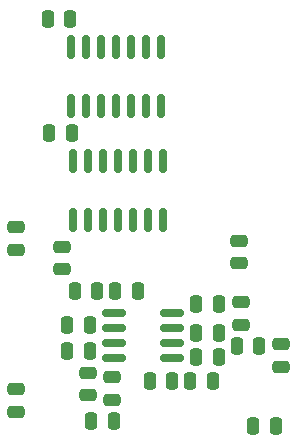
<source format=gbr>
%TF.GenerationSoftware,KiCad,Pcbnew,(6.0.8)*%
%TF.CreationDate,2022-10-15T16:47:31+02:00*%
%TF.ProjectId,Digital Delay,44696769-7461-46c2-9044-656c61792e6b,rev?*%
%TF.SameCoordinates,Original*%
%TF.FileFunction,Paste,Top*%
%TF.FilePolarity,Positive*%
%FSLAX46Y46*%
G04 Gerber Fmt 4.6, Leading zero omitted, Abs format (unit mm)*
G04 Created by KiCad (PCBNEW (6.0.8)) date 2022-10-15 16:47:31*
%MOMM*%
%LPD*%
G01*
G04 APERTURE LIST*
G04 Aperture macros list*
%AMRoundRect*
0 Rectangle with rounded corners*
0 $1 Rounding radius*
0 $2 $3 $4 $5 $6 $7 $8 $9 X,Y pos of 4 corners*
0 Add a 4 corners polygon primitive as box body*
4,1,4,$2,$3,$4,$5,$6,$7,$8,$9,$2,$3,0*
0 Add four circle primitives for the rounded corners*
1,1,$1+$1,$2,$3*
1,1,$1+$1,$4,$5*
1,1,$1+$1,$6,$7*
1,1,$1+$1,$8,$9*
0 Add four rect primitives between the rounded corners*
20,1,$1+$1,$2,$3,$4,$5,0*
20,1,$1+$1,$4,$5,$6,$7,0*
20,1,$1+$1,$6,$7,$8,$9,0*
20,1,$1+$1,$8,$9,$2,$3,0*%
G04 Aperture macros list end*
%ADD10RoundRect,0.250000X-0.250000X-0.475000X0.250000X-0.475000X0.250000X0.475000X-0.250000X0.475000X0*%
%ADD11RoundRect,0.250000X0.475000X-0.250000X0.475000X0.250000X-0.475000X0.250000X-0.475000X-0.250000X0*%
%ADD12RoundRect,0.250000X0.250000X0.475000X-0.250000X0.475000X-0.250000X-0.475000X0.250000X-0.475000X0*%
%ADD13RoundRect,0.250000X-0.475000X0.250000X-0.475000X-0.250000X0.475000X-0.250000X0.475000X0.250000X0*%
%ADD14RoundRect,0.150000X0.150000X-0.825000X0.150000X0.825000X-0.150000X0.825000X-0.150000X-0.825000X0*%
%ADD15RoundRect,0.150000X-0.825000X-0.150000X0.825000X-0.150000X0.825000X0.150000X-0.825000X0.150000X0*%
G04 APERTURE END LIST*
D10*
%TO.C,C115*%
X61275000Y-73152000D03*
X63175000Y-73152000D03*
%TD*%
D11*
%TO.C,C114*%
X60198000Y-64577000D03*
X60198000Y-62677000D03*
%TD*%
D12*
%TO.C,C107*%
X47432000Y-64643000D03*
X45532000Y-64643000D03*
%TD*%
D13*
%TO.C,C106*%
X41148000Y-70043000D03*
X41148000Y-71943000D03*
%TD*%
%TO.C,C111*%
X49276000Y-69027000D03*
X49276000Y-70927000D03*
%TD*%
D11*
%TO.C,C101*%
X45085000Y-59878000D03*
X45085000Y-57978000D03*
%TD*%
D12*
%TO.C,C116*%
X49464000Y-72771000D03*
X47564000Y-72771000D03*
%TD*%
D10*
%TO.C,R104*%
X56454000Y-65278000D03*
X58354000Y-65278000D03*
%TD*%
D14*
%TO.C,U102*%
X45974000Y-55688000D03*
X47244000Y-55688000D03*
X48514000Y-55688000D03*
X49784000Y-55688000D03*
X51054000Y-55688000D03*
X52324000Y-55688000D03*
X53594000Y-55688000D03*
X53594000Y-50738000D03*
X52324000Y-50738000D03*
X51054000Y-50738000D03*
X49784000Y-50738000D03*
X48514000Y-50738000D03*
X47244000Y-50738000D03*
X45974000Y-50738000D03*
%TD*%
D13*
%TO.C,C108*%
X47244000Y-68646000D03*
X47244000Y-70546000D03*
%TD*%
%TO.C,C103*%
X63627000Y-66233000D03*
X63627000Y-68133000D03*
%TD*%
D10*
%TO.C,R106*%
X52517000Y-69342000D03*
X54417000Y-69342000D03*
%TD*%
D12*
%TO.C,R105*%
X61783000Y-66421000D03*
X59883000Y-66421000D03*
%TD*%
D10*
%TO.C,C117*%
X56454000Y-67310000D03*
X58354000Y-67310000D03*
%TD*%
D14*
%TO.C,U103*%
X45847000Y-46036000D03*
X47117000Y-46036000D03*
X48387000Y-46036000D03*
X49657000Y-46036000D03*
X50927000Y-46036000D03*
X52197000Y-46036000D03*
X53467000Y-46036000D03*
X53467000Y-41086000D03*
X52197000Y-41086000D03*
X50927000Y-41086000D03*
X49657000Y-41086000D03*
X48387000Y-41086000D03*
X47117000Y-41086000D03*
X45847000Y-41086000D03*
%TD*%
D11*
%TO.C,C105*%
X41148000Y-58227000D03*
X41148000Y-56327000D03*
%TD*%
D10*
%TO.C,C104*%
X56454000Y-62865000D03*
X58354000Y-62865000D03*
%TD*%
D12*
%TO.C,C112*%
X45781000Y-38735000D03*
X43881000Y-38735000D03*
%TD*%
D15*
%TO.C,U101*%
X49468000Y-63627000D03*
X49468000Y-64897000D03*
X49468000Y-66167000D03*
X49468000Y-67437000D03*
X54418000Y-67437000D03*
X54418000Y-66167000D03*
X54418000Y-64897000D03*
X54418000Y-63627000D03*
%TD*%
D10*
%TO.C,R102*%
X46167000Y-61722000D03*
X48067000Y-61722000D03*
%TD*%
%TO.C,R103*%
X45532000Y-66802000D03*
X47432000Y-66802000D03*
%TD*%
D11*
%TO.C,C110*%
X60071000Y-59370000D03*
X60071000Y-57470000D03*
%TD*%
D10*
%TO.C,C118*%
X55946000Y-69342000D03*
X57846000Y-69342000D03*
%TD*%
D12*
%TO.C,C113*%
X45908000Y-48387000D03*
X44008000Y-48387000D03*
%TD*%
%TO.C,R101*%
X51496000Y-61722000D03*
X49596000Y-61722000D03*
%TD*%
M02*

</source>
